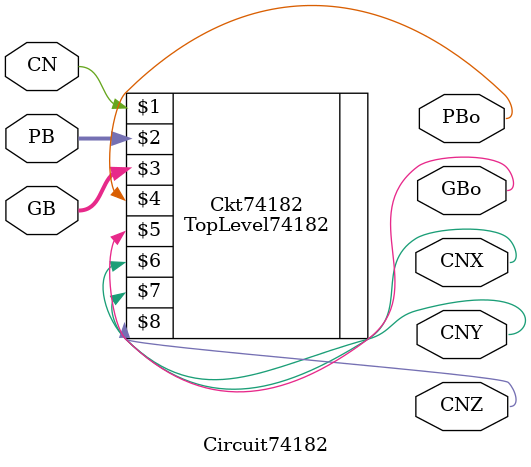
<source format=v>
module Circuit74182 (CN, PB, GB, PBo, GBo, CNX, CNY, CNZ);

  input         CN;
  input [3:0]   PB, GB;
  output        PBo, GBo, CNX, CNY, CNZ;
	
  TopLevel74182 Ckt74182 (CN, PB, GB, PBo, GBo, CNX, CNY, CNZ);

endmodule /* Circuit74182 */
</source>
